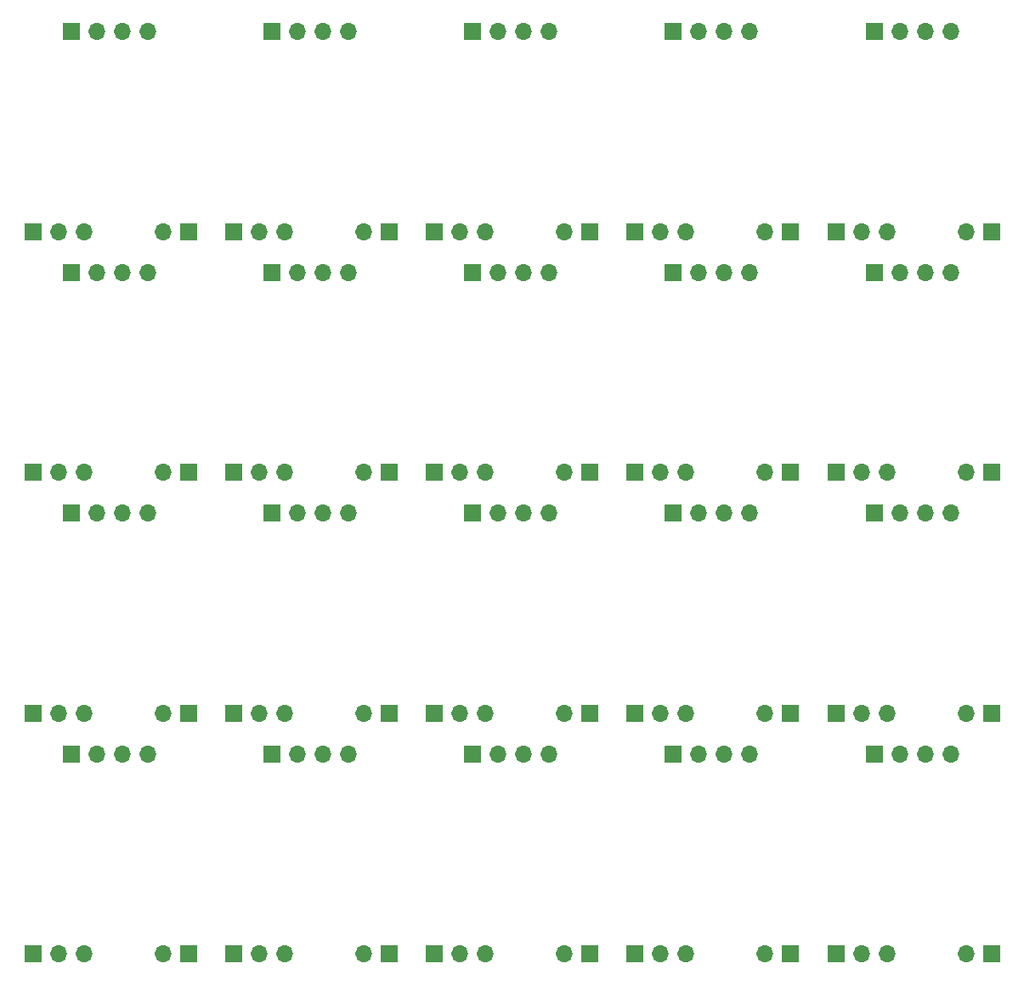
<source format=gbs>
G04 #@! TF.FileFunction,Soldermask,Bot*
%FSLAX46Y46*%
G04 Gerber Fmt 4.6, Leading zero omitted, Abs format (unit mm)*
G04 Created by KiCad (PCBNEW 4.0.2-stable) date 9/5/2017 3:04:55 PM*
%MOMM*%
G01*
G04 APERTURE LIST*
%ADD10C,0.100000*%
%ADD11R,1.700000X1.700000*%
%ADD12O,1.700000X1.700000*%
G04 APERTURE END LIST*
D10*
D11*
X132108000Y-143920000D03*
D12*
X134648000Y-143920000D03*
X137188000Y-143920000D03*
D11*
X112108000Y-143920000D03*
D12*
X114648000Y-143920000D03*
X117188000Y-143920000D03*
D11*
X92108000Y-143920000D03*
D12*
X94648000Y-143920000D03*
X97188000Y-143920000D03*
D11*
X72108000Y-143920000D03*
D12*
X74648000Y-143920000D03*
X77188000Y-143920000D03*
D11*
X52108000Y-143920000D03*
D12*
X54648000Y-143920000D03*
X57188000Y-143920000D03*
D11*
X132108000Y-119920000D03*
D12*
X134648000Y-119920000D03*
X137188000Y-119920000D03*
D11*
X112108000Y-119920000D03*
D12*
X114648000Y-119920000D03*
X117188000Y-119920000D03*
D11*
X92108000Y-119920000D03*
D12*
X94648000Y-119920000D03*
X97188000Y-119920000D03*
D11*
X72108000Y-119920000D03*
D12*
X74648000Y-119920000D03*
X77188000Y-119920000D03*
D11*
X52108000Y-119920000D03*
D12*
X54648000Y-119920000D03*
X57188000Y-119920000D03*
D11*
X132108000Y-95920000D03*
D12*
X134648000Y-95920000D03*
X137188000Y-95920000D03*
D11*
X112108000Y-95920000D03*
D12*
X114648000Y-95920000D03*
X117188000Y-95920000D03*
D11*
X92108000Y-95920000D03*
D12*
X94648000Y-95920000D03*
X97188000Y-95920000D03*
D11*
X72108000Y-95920000D03*
D12*
X74648000Y-95920000D03*
X77188000Y-95920000D03*
D11*
X52108000Y-95920000D03*
D12*
X54648000Y-95920000D03*
X57188000Y-95920000D03*
D11*
X132108000Y-71920000D03*
D12*
X134648000Y-71920000D03*
X137188000Y-71920000D03*
D11*
X112108000Y-71920000D03*
D12*
X114648000Y-71920000D03*
X117188000Y-71920000D03*
D11*
X92108000Y-71920000D03*
D12*
X94648000Y-71920000D03*
X97188000Y-71920000D03*
D11*
X72108000Y-71920000D03*
D12*
X74648000Y-71920000D03*
X77188000Y-71920000D03*
D11*
X147602000Y-143920000D03*
D12*
X145062000Y-143920000D03*
D11*
X127602000Y-143920000D03*
D12*
X125062000Y-143920000D03*
D11*
X107602000Y-143920000D03*
D12*
X105062000Y-143920000D03*
D11*
X87602000Y-143920000D03*
D12*
X85062000Y-143920000D03*
D11*
X67602000Y-143920000D03*
D12*
X65062000Y-143920000D03*
D11*
X147602000Y-119920000D03*
D12*
X145062000Y-119920000D03*
D11*
X127602000Y-119920000D03*
D12*
X125062000Y-119920000D03*
D11*
X107602000Y-119920000D03*
D12*
X105062000Y-119920000D03*
D11*
X87602000Y-119920000D03*
D12*
X85062000Y-119920000D03*
D11*
X67602000Y-119920000D03*
D12*
X65062000Y-119920000D03*
D11*
X147602000Y-95920000D03*
D12*
X145062000Y-95920000D03*
D11*
X127602000Y-95920000D03*
D12*
X125062000Y-95920000D03*
D11*
X107602000Y-95920000D03*
D12*
X105062000Y-95920000D03*
D11*
X87602000Y-95920000D03*
D12*
X85062000Y-95920000D03*
D11*
X67602000Y-95920000D03*
D12*
X65062000Y-95920000D03*
D11*
X147602000Y-71920000D03*
D12*
X145062000Y-71920000D03*
D11*
X127602000Y-71920000D03*
D12*
X125062000Y-71920000D03*
D11*
X107602000Y-71920000D03*
D12*
X105062000Y-71920000D03*
D11*
X87602000Y-71920000D03*
D12*
X85062000Y-71920000D03*
D11*
X135918000Y-123981000D03*
D12*
X138458000Y-123981000D03*
X140998000Y-123981000D03*
X143538000Y-123981000D03*
D11*
X115918000Y-123981000D03*
D12*
X118458000Y-123981000D03*
X120998000Y-123981000D03*
X123538000Y-123981000D03*
D11*
X95918000Y-123981000D03*
D12*
X98458000Y-123981000D03*
X100998000Y-123981000D03*
X103538000Y-123981000D03*
D11*
X75918000Y-123981000D03*
D12*
X78458000Y-123981000D03*
X80998000Y-123981000D03*
X83538000Y-123981000D03*
D11*
X55918000Y-123981000D03*
D12*
X58458000Y-123981000D03*
X60998000Y-123981000D03*
X63538000Y-123981000D03*
D11*
X135918000Y-99981000D03*
D12*
X138458000Y-99981000D03*
X140998000Y-99981000D03*
X143538000Y-99981000D03*
D11*
X115918000Y-99981000D03*
D12*
X118458000Y-99981000D03*
X120998000Y-99981000D03*
X123538000Y-99981000D03*
D11*
X95918000Y-99981000D03*
D12*
X98458000Y-99981000D03*
X100998000Y-99981000D03*
X103538000Y-99981000D03*
D11*
X75918000Y-99981000D03*
D12*
X78458000Y-99981000D03*
X80998000Y-99981000D03*
X83538000Y-99981000D03*
D11*
X55918000Y-99981000D03*
D12*
X58458000Y-99981000D03*
X60998000Y-99981000D03*
X63538000Y-99981000D03*
D11*
X135918000Y-75981000D03*
D12*
X138458000Y-75981000D03*
X140998000Y-75981000D03*
X143538000Y-75981000D03*
D11*
X115918000Y-75981000D03*
D12*
X118458000Y-75981000D03*
X120998000Y-75981000D03*
X123538000Y-75981000D03*
D11*
X95918000Y-75981000D03*
D12*
X98458000Y-75981000D03*
X100998000Y-75981000D03*
X103538000Y-75981000D03*
D11*
X75918000Y-75981000D03*
D12*
X78458000Y-75981000D03*
X80998000Y-75981000D03*
X83538000Y-75981000D03*
D11*
X55918000Y-75981000D03*
D12*
X58458000Y-75981000D03*
X60998000Y-75981000D03*
X63538000Y-75981000D03*
D11*
X135918000Y-51981000D03*
D12*
X138458000Y-51981000D03*
X140998000Y-51981000D03*
X143538000Y-51981000D03*
D11*
X115918000Y-51981000D03*
D12*
X118458000Y-51981000D03*
X120998000Y-51981000D03*
X123538000Y-51981000D03*
D11*
X95918000Y-51981000D03*
D12*
X98458000Y-51981000D03*
X100998000Y-51981000D03*
X103538000Y-51981000D03*
D11*
X75918000Y-51981000D03*
D12*
X78458000Y-51981000D03*
X80998000Y-51981000D03*
X83538000Y-51981000D03*
D11*
X55918000Y-51981000D03*
D12*
X58458000Y-51981000D03*
X60998000Y-51981000D03*
X63538000Y-51981000D03*
D11*
X52108000Y-71920000D03*
D12*
X54648000Y-71920000D03*
X57188000Y-71920000D03*
D11*
X67602000Y-71920000D03*
D12*
X65062000Y-71920000D03*
M02*

</source>
